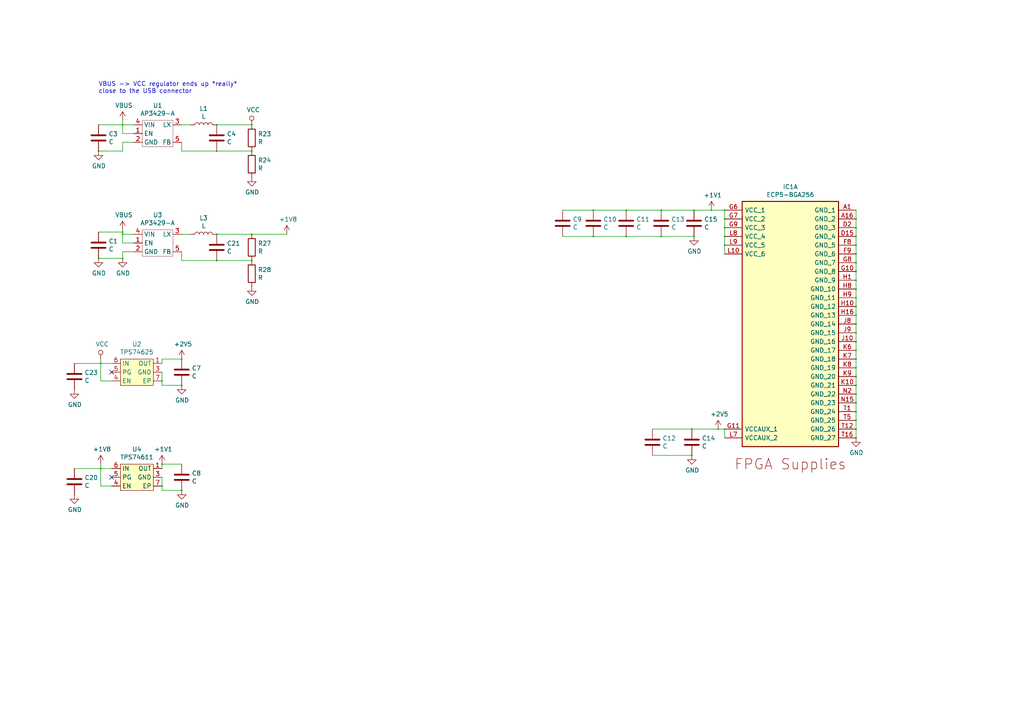
<source format=kicad_sch>
(kicad_sch (version 20200714) (host eeschema "5.99.0-unknown-027b6c8cf~102~ubuntu20.04.1")
  (page 5 6)
  (paper "A4")
  (lib_symbols
    (symbol "Device:C" (pin_numbers hide) (pin_names (offset 0.254))
      (property "Reference" "C" (at 0.635 2.54 0))
      (property "Value" "C" (at 0.635 -2.54 0))
      (symbol "C_0_1"
        (polyline (pts (xy -2.032 -0.762) (xy 2.032 -0.762)) (stroke (width 0.508)))
        (polyline (pts (xy -2.032 0.762) (xy 2.032 0.762)) (stroke (width 0.508)))
      )
      (symbol "C_1_1"
        (pin passive line (at 0 3.81 270) (length 2.794) (name "~") (number "1"))
        (pin passive line (at 0 -3.81 90) (length 2.794) (name "~") (number "2"))
      )
    )
    (symbol "Device:L" (pin_numbers hide) (pin_names hide)
      (property "Reference" "L" (at -1.27 0 90))
      (property "Value" "L" (at 1.905 0 90))
      (symbol "L_0_1"
        (arc (start 0 -2.54) (end 0 -1.27) (radius (at 0 -1.905) (length 0.635) (angles -89.9 89.9)))
        (arc (start 0 -1.27) (end 0 0) (radius (at 0 -0.635) (length 0.635) (angles -89.9 89.9)))
        (arc (start 0 0) (end 0 1.27) (radius (at 0 0.635) (length 0.635) (angles -89.9 89.9)))
        (arc (start 0 1.27) (end 0 2.54) (radius (at 0 1.905) (length 0.635) (angles -89.9 89.9)))
      )
      (symbol "L_1_1"
        (pin passive line (at 0 3.81 270) (length 1.27) (name "1") (number "1"))
        (pin passive line (at 0 -3.81 90) (length 1.27) (name "2") (number "2"))
      )
    )
    (symbol "Device:R" (pin_numbers hide) (pin_names (offset 0))
      (property "Reference" "R" (at 2.032 0 90))
      (property "Value" "R" (at 0 0 90))
      (symbol "R_0_1"
        (rectangle (start -1.016 -2.54) (end 1.016 2.54) (stroke (width 0.254)))
      )
      (symbol "R_1_1"
        (pin passive line (at 0 3.81 270) (length 1.27) (name "~") (number "1"))
        (pin passive line (at 0 -3.81 90) (length 1.27) (name "~") (number "2"))
      )
    )
    (symbol "mini_mipi:AP3429-A"
      (property "Reference" "U" (at 0 1.27 0))
      (property "Value" "AP3429-A" (at 0 3.175 0))
      (symbol "AP3429-A_0_1"
        (rectangle (start 3.81 -1.27) (end -5.08 -8.89) (stroke (width 0.0006)))
      )
      (symbol "AP3429-A_1_1"
        (pin input line (at -7.62 -2.54 0) (length 2.54) (name "VIN") (number "4"))
        (pin input line (at -7.62 -7.62 0) (length 2.54) (name "GND") (number "2"))
        (pin input line (at -7.62 -5.08 0) (length 2.54) (name "EN") (number "1"))
        (pin input line (at 6.35 -2.54 180) (length 2.54) (name "LX") (number "3"))
        (pin input line (at 6.35 -7.62 180) (length 2.54) (name "FB") (number "5"))
      )
    )
    (symbol "mini_mipi:ECP5-BGA256" (pin_names (offset 0.762))
      (property "Reference" "IC" (at -2.54 1.27 0))
      (property "Value" "ECP5-BGA256" (at 10.16 1.27 0))
      (symbol "ECP5-BGA256_8_0"
        (text "(Config)" (at 13.97 -97.79 0) (effects (font (size 2.9972 2.9972))))
        (text "Bank 8" (at 13.97 -92.71 0) (effects (font (size 2.9972 2.9972))))
      )
      (symbol "ECP5-BGA256_1_1"
        (text "FPGA Supplies" (at 19.05 -76.2 0) (effects (font (size 2.9972 2.9972))))
        (pin power_in line (at 38.1 -2.54 180) (length 5.08) (name "GND_1") (number "A1"))
        (pin power_in line (at 38.1 -5.08 180) (length 5.08) (name "GND_2") (number "A16"))
        (pin power_in line (at 38.1 -10.16 180) (length 5.08) (name "GND_4") (number "D15"))
        (pin power_in line (at 38.1 -7.62 180) (length 5.08) (name "GND_3") (number "D2"))
        (pin power_in line (at 38.1 -12.7 180) (length 5.08) (name "GND_5") (number "F8"))
        (pin power_in line (at 38.1 -15.24 180) (length 5.08) (name "GND_6") (number "F9"))
        (pin power_in line (at 38.1 -20.32 180) (length 5.08) (name "GND_8") (number "G10"))
        (pin power_in line (at 0 -66.04 0) (length 5.08) (name "VCCAUX_1") (number "G11"))
        (pin power_in line (at 0 -2.54 0) (length 5.08) (name "VCC_1") (number "G6"))
        (pin power_in line (at 0 -5.08 0) (length 5.08) (name "VCC_2") (number "G7"))
        (pin power_in line (at 38.1 -17.78 180) (length 5.08) (name "GND_7") (number "G8"))
        (pin power_in line (at 0 -7.62 0) (length 5.08) (name "VCC_3") (number "G9"))
        (pin power_in line (at 38.1 -22.86 180) (length 5.08) (name "GND_9") (number "H1"))
        (pin power_in line (at 38.1 -30.48 180) (length 5.08) (name "GND_12") (number "H10"))
        (pin power_in line (at 38.1 -33.02 180) (length 5.08) (name "GND_13") (number "H16"))
        (pin power_in line (at 38.1 -25.4 180) (length 5.08) (name "GND_10") (number "H8"))
        (pin power_in line (at 38.1 -27.94 180) (length 5.08) (name "GND_11") (number "H9"))
        (pin power_in line (at 38.1 -40.64 180) (length 5.08) (name "GND_16") (number "J10"))
        (pin power_in line (at 38.1 -35.56 180) (length 5.08) (name "GND_14") (number "J8"))
        (pin power_in line (at 38.1 -38.1 180) (length 5.08) (name "GND_15") (number "J9"))
        (pin power_in line (at 38.1 -53.34 180) (length 5.08) (name "GND_21") (number "K10"))
        (pin power_in line (at 38.1 -43.18 180) (length 5.08) (name "GND_17") (number "K6"))
        (pin power_in line (at 38.1 -45.72 180) (length 5.08) (name "GND_18") (number "K7"))
        (pin power_in line (at 38.1 -48.26 180) (length 5.08) (name "GND_19") (number "K8"))
        (pin power_in line (at 38.1 -50.8 180) (length 5.08) (name "GND_20") (number "K9"))
        (pin power_in line (at 0 -15.24 0) (length 5.08) (name "VCC_6") (number "L10"))
        (pin power_in line (at 0 -68.58 0) (length 5.08) (name "VCCAUX_2") (number "L7"))
        (pin power_in line (at 0 -10.16 0) (length 5.08) (name "VCC_4") (number "L8"))
        (pin power_in line (at 0 -12.7 0) (length 5.08) (name "VCC_5") (number "L9"))
        (pin power_in line (at 38.1 -58.42 180) (length 5.08) (name "GND_23") (number "N15"))
        (pin power_in line (at 38.1 -55.88 180) (length 5.08) (name "GND_22") (number "N2"))
        (pin power_in line (at 38.1 -60.96 180) (length 5.08) (name "GND_24") (number "T1"))
        (pin power_in line (at 38.1 -66.04 180) (length 5.08) (name "GND_26") (number "T12"))
        (pin bidirectional line (at 38.1 -68.58 180) (length 5.08) (name "GND_27") (number "T16"))
        (pin power_in line (at 38.1 -63.5 180) (length 5.08) (name "GND_25") (number "T5"))
      )
      (symbol "ECP5-BGA256_2_1"
        (text "Bank 0" (at 10.16 -78.74 0) (effects (font (size 2.9972 2.9972))))
        (rectangle (start 0 0) (end 19.05 -74.93) (stroke (width 0.3048)) (fill (type background)))
        (pin bidirectional line (at 24.13 -11.43 180) (length 5.08) (name "PT4A") (number "A2"))
        (pin bidirectional line (at 24.13 -16.51 180) (length 5.08) (name "PT6A") (number "A3"))
        (pin bidirectional line (at 24.13 -19.05 180) (length 5.08) (name "PT6B") (number "A4"))
        (pin bidirectional line (at 24.13 -43.18 180) (length 5.08) (name "PT18A") (number "A5"))
        (pin bidirectional line (at 24.13 -45.72 180) (length 5.08) (name "PT18B") (number "A6"))
        (pin bidirectional line (at 24.13 -68.58 180) (length 5.08) (name "PT29A") (number "A7"))
        (pin bidirectional line (at 24.13 -71.12 180) (length 5.08) (name "PT29B") (number "A8"))
        (pin bidirectional line (at 24.13 -13.97 180) (length 5.08) (name "PT4B") (number "B3"))
        (pin bidirectional line (at 24.13 -29.21 180) (length 5.08) (name "PT11B") (number "B4"))
        (pin bidirectional line (at 24.13 -39.37 180) (length 5.08) (name "PT15B") (number "B5"))
        (pin bidirectional line (at 24.13 -55.88 180) (length 5.08) (name "PT22B") (number "B6"))
        (pin bidirectional line (at 24.13 -66.04 180) (length 5.08) (name "PT27B") (number "B7"))
        (pin bidirectional line (at 24.13 -26.67 180) (length 5.08) (name "PT11A") (number "C4"))
        (pin bidirectional line (at 24.13 -36.83 180) (length 5.08) (name "PT15A") (number "C5"))
        (pin bidirectional line (at 24.13 -53.34 180) (length 5.08) (name "PT22A") (number "C6"))
        (pin bidirectional line (at 24.13 -63.5 180) (length 5.08) (name "PT27A") (number "C7"))
        (pin bidirectional line (at 24.13 -24.13 180) (length 5.08) (name "PT9B") (number "D4"))
        (pin bidirectional line (at 24.13 -34.29 180) (length 5.08) (name "PT13B") (number "D5"))
        (pin bidirectional line (at 24.13 -50.8 180) (length 5.08) (name "PT20B") (number "D6"))
        (pin bidirectional line (at 24.13 -60.96 180) (length 5.08) (name "PT24B") (number "D7"))
        (pin bidirectional line (at 24.13 -21.59 180) (length 5.08) (name "PT9A") (number "E4"))
        (pin bidirectional line (at 24.13 -31.75 180) (length 5.08) (name "PT13A") (number "E5"))
        (pin bidirectional line (at 24.13 -48.26 180) (length 5.08) (name "PT20A") (number "E6"))
        (pin bidirectional line (at 24.13 -58.42 180) (length 5.08) (name "PT24A") (number "E7"))
        (pin power_in line (at 7.62 5.08 270) (length 5.08) (name "VCCIO0_1") (number "F6"))
        (pin power_in line (at 5.08 5.08 270) (length 5.08) (name "VCCIO0_2") (number "F7"))
      )
      (symbol "ECP5-BGA256_3_1"
        (text "Bank 1" (at 8.89 -96.52 0) (effects (font (size 2.9972 2.9972))))
        (pin bidirectional line (at 26.67 -34.29 180) (length 5.08) (name "PT42B") (number "A10"))
        (pin bidirectional line (at 26.67 -57.15 180) (length 5.08) (name "PT53A") (number "A11"))
        (pin bidirectional line (at 26.67 -59.69 180) (length 5.08) (name "PT53B") (number "A12"))
        (pin bidirectional line (at 26.67 -82.55 180) (length 5.08) (name "PT65A") (number "A13"))
        (pin bidirectional line (at 26.67 -85.09 180) (length 5.08) (name "PT65B") (number "A14"))
        (pin bidirectional line (at 26.67 -90.17 180) (length 5.08) (name "PT67B") (number "A15"))
        (pin bidirectional line (at 26.67 -31.75 180) (length 5.08) (name "PT42A") (number "A9"))
        (pin bidirectional line (at 26.67 -36.83 180) (length 5.08) (name "PT44A") (number "B10"))
        (pin bidirectional line (at 26.67 -46.99 180) (length 5.08) (name "PT49A") (number "B11"))
        (pin bidirectional line (at 26.67 -62.23 180) (length 5.08) (name "PT56A") (number "B12"))
        (pin bidirectional line (at 26.67 -72.39 180) (length 5.08) (name "PT60A") (number "B13"))
        (pin bidirectional line (at 26.67 -87.63 180) (length 5.08) (name "PT67A") (number "B14"))
        (pin bidirectional line (at 26.67 -19.05 180) (length 5.08) (name "PT35B") (number "B8"))
        (pin bidirectional line (at 26.67 -21.59 180) (length 5.08) (name "PT38A") (number "B9"))
        (pin bidirectional line (at 26.67 -39.37 180) (length 5.08) (name "PT44B") (number "C10"))
        (pin bidirectional line (at 26.67 -49.53 180) (length 5.08) (name "PT49B") (number "C11"))
        (pin bidirectional line (at 26.67 -64.77 180) (length 5.08) (name "PT56B") (number "C12"))
        (pin bidirectional line (at 26.67 -74.93 180) (length 5.08) (name "PT60B") (number "C13"))
        (pin bidirectional line (at 26.67 -16.51 180) (length 5.08) (name "PT35A") (number "C8"))
        (pin bidirectional line (at 26.67 -24.13 180) (length 5.08) (name "PT38B") (number "C9"))
        (pin bidirectional line (at 26.67 -41.91 180) (length 5.08) (name "PT47A") (number "D10"))
        (pin bidirectional line (at 26.67 -52.07 180) (length 5.08) (name "PT51A") (number "D11"))
        (pin bidirectional line (at 26.67 -67.31 180) (length 5.08) (name "PT58A") (number "D12"))
        (pin bidirectional line (at 26.67 -77.47 180) (length 5.08) (name "PT62A") (number "D13"))
        (pin bidirectional line (at 26.67 -13.97 180) (length 5.08) (name "PT33B") (number "D8"))
        (pin bidirectional line (at 26.67 -26.67 180) (length 5.08) (name "PT40A") (number "D9"))
        (pin bidirectional line (at 26.67 -44.45 180) (length 5.08) (name "PT47B") (number "E10"))
        (pin bidirectional line (at 26.67 -54.61 180) (length 5.08) (name "PT51B") (number "E11"))
        (pin bidirectional line (at 26.67 -69.85 180) (length 5.08) (name "PT58B") (number "E12"))
        (pin bidirectional line (at 26.67 -80.01 180) (length 5.08) (name "PT62B") (number "E13"))
        (pin bidirectional line (at 26.67 -11.43 180) (length 5.08) (name "PT33A") (number "E8"))
        (pin bidirectional line (at 26.67 -29.21 180) (length 5.08) (name "PT40B") (number "E9"))
        (pin power_in line (at 6.35 5.08 270) (length 5.08) (name "VCCIO1_1") (number "F10"))
        (pin power_in line (at 3.81 5.08 270) (length 5.08) (name "VCCIO1_2") (number "F11"))
      )
      (symbol "ECP5-BGA256_4_1"
        (text "Bank 2" (at 10.16 -97.79 0) (effects (font (size 2.9972 2.9972))))
        (rectangle (start 0 0) (end 19.05 -93.98) (stroke (width 0.3048)) (fill (type background)))
        (pin bidirectional line (at 24.13 -13.97 180) (length 5.08) (name "PR2B") (number "B15"))
        (pin bidirectional line (at 24.13 -11.43 180) (length 5.08) (name "PR2A") (number "B16"))
        (pin bidirectional line (at 24.13 -16.51 180) (length 5.08) (name "PR2C") (number "C14"))
        (pin bidirectional line (at 24.13 -24.13 180) (length 5.08) (name "PR5B") (number "C15"))
        (pin bidirectional line (at 24.13 -21.59 180) (length 5.08) (name "PR5A") (number "C16"))
        (pin bidirectional line (at 24.13 -19.05 180) (length 5.08) (name "PR2D") (number "D14"))
        (pin bidirectional line (at 24.13 -31.75 180) (length 5.08) (name "PR8A") (number "D16"))
        (pin bidirectional line (at 24.13 -26.67 180) (length 5.08) (name "PR5C") (number "E14"))
        (pin bidirectional line (at 24.13 -34.29 180) (length 5.08) (name "PR8B") (number "E15"))
        (pin bidirectional line (at 24.13 -49.53 180) (length 5.08) (name "PR11D") (number "E16"))
        (pin bidirectional line (at 24.13 -39.37 180) (length 5.08) (name "PR8D") (number "F12"))
        (pin bidirectional line (at 24.13 -36.83 180) (length 5.08) (name "PR8C") (number "F13"))
        (pin bidirectional line (at 24.13 -29.21 180) (length 5.08) (name "PR5D") (number "F14"))
        (pin bidirectional line (at 24.13 -46.99 180) (length 5.08) (name "PR11C") (number "F15"))
        (pin bidirectional line (at 24.13 -52.07 180) (length 5.08) (name "PR14A") (number "F16"))
        (pin bidirectional line (at 24.13 -41.91 180) (length 5.08) (name "PR11A") (number "G12"))
        (pin bidirectional line (at 24.13 -44.45 180) (length 5.08) (name "PR11B") (number "G13"))
        (pin bidirectional line (at 24.13 -57.15 180) (length 5.08) (name "PR14C") (number "G14"))
        (pin bidirectional line (at 24.13 -54.61 180) (length 5.08) (name "PR14B") (number "G15"))
        (pin bidirectional line (at 24.13 -72.39 180) (length 5.08) (name "PR20A") (number "G16"))
        (pin power_in line (at 3.81 5.08 270) (length 5.08) (name "VCCIO2_1") (number "H11"))
        (pin bidirectional line (at 24.13 -62.23 180) (length 5.08) (name "PR17A") (number "H12"))
        (pin bidirectional line (at 24.13 -64.77 180) (length 5.08) (name "PR17B") (number "H13"))
        (pin bidirectional line (at 24.13 -59.69 180) (length 5.08) (name "PR14D") (number "H14"))
        (pin bidirectional line (at 24.13 -74.93 180) (length 5.08) (name "PR20B") (number "H15"))
        (pin power_in line (at 6.35 5.08 270) (length 5.08) (name "VCCIO2_2") (number "J11"))
        (pin bidirectional line (at 24.13 -69.85 180) (length 5.08) (name "PR17D") (number "J12"))
        (pin bidirectional line (at 24.13 -67.31 180) (length 5.08) (name "PR17C") (number "J13"))
        (pin bidirectional line (at 24.13 -77.47 180) (length 5.08) (name "PR20C") (number "J14"))
        (pin bidirectional line (at 24.13 -85.09 180) (length 5.08) (name "PR23B") (number "J15"))
        (pin bidirectional line (at 24.13 -82.55 180) (length 5.08) (name "PR23A") (number "J16"))
        (pin bidirectional line (at 24.13 -80.01 180) (length 5.08) (name "PR20D") (number "K14"))
        (pin bidirectional line (at 24.13 -90.17 180) (length 5.08) (name "PR23D") (number "K15"))
        (pin bidirectional line (at 24.13 -87.63 180) (length 5.08) (name "PR23C") (number "K16"))
      )
      (symbol "ECP5-BGA256_5_1"
        (text "Bank 3" (at 15.24 -96.52 0) (effects (font (size 2.9972 2.9972))))
        (pin power_in line (at 3.81 5.08 270) (length 5.08) (name "VCCIO3_1") (number "K11"))
        (pin bidirectional line (at 25.4 -22.86 180) (length 5.08) (name "PR29B") (number "K12"))
        (pin bidirectional line (at 25.4 -20.32 180) (length 5.08) (name "PR29A") (number "K13"))
        (pin power_in line (at 6.35 5.08 270) (length 5.08) (name "VCCIO3_2") (number "L11"))
        (pin bidirectional line (at 25.4 -27.94 180) (length 5.08) (name "PR29D") (number "L12"))
        (pin bidirectional line (at 25.4 -25.4 180) (length 5.08) (name "PR29C") (number "L13"))
        (pin bidirectional line (at 25.4 -35.56 180) (length 5.08) (name "PR32C") (number "L14"))
        (pin bidirectional line (at 25.4 -12.7 180) (length 5.08) (name "PR26B") (number "L15"))
        (pin bidirectional line (at 25.4 -10.16 180) (length 5.08) (name "PR26A") (number "L16"))
        (pin bidirectional line (at 25.4 -81.28 180) (length 5.08) (name "PR47A") (number "M11"))
        (pin bidirectional line (at 25.4 -76.2 180) (length 5.08) (name "PR44C") (number "M12"))
        (pin bidirectional line (at 25.4 -45.72 180) (length 5.08) (name "PR35C") (number "M13"))
        (pin bidirectional line (at 25.4 -38.1 180) (length 5.08) (name "PR32D") (number "M14"))
        (pin bidirectional line (at 25.4 -17.78 180) (length 5.08) (name "PR26D") (number "M15"))
        (pin bidirectional line (at 25.4 -15.24 180) (length 5.08) (name "PR26C") (number "M16"))
        (pin bidirectional line (at 25.4 -83.82 180) (length 5.08) (name "PR47B") (number "N11"))
        (pin bidirectional line (at 25.4 -78.74 180) (length 5.08) (name "PR44D") (number "N12"))
        (pin bidirectional line (at 25.4 -50.8 180) (length 5.08) (name "PR38A") (number "N13"))
        (pin bidirectional line (at 25.4 -48.26 180) (length 5.08) (name "PR35D") (number "N14"))
        (pin bidirectional line (at 25.4 -30.48 180) (length 5.08) (name "PR32A") (number "N16"))
        (pin bidirectional line (at 25.4 -86.36 180) (length 5.08) (name "PR47C") (number "P11"))
        (pin bidirectional line (at 25.4 -88.9 180) (length 5.08) (name "PR47D") (number "P12"))
        (pin bidirectional line (at 25.4 -60.96 180) (length 5.08) (name "PR41A") (number "P13"))
        (pin bidirectional line (at 25.4 -53.34 180) (length 5.08) (name "PR38B") (number "P14"))
        (pin bidirectional line (at 25.4 -33.02 180) (length 5.08) (name "PR32B") (number "P15"))
        (pin bidirectional line (at 25.4 -40.64 180) (length 5.08) (name "PR35A") (number "P16"))
        (pin bidirectional line (at 25.4 -71.12 180) (length 5.08) (name "PR44A") (number "R12"))
        (pin bidirectional line (at 25.4 -66.04 180) (length 5.08) (name "PR41C") (number "R13"))
        (pin bidirectional line (at 25.4 -63.5 180) (length 5.08) (name "PR41B") (number "R14"))
        (pin bidirectional line (at 25.4 -55.88 180) (length 5.08) (name "PR38C") (number "R15"))
        (pin bidirectional line (at 25.4 -43.18 180) (length 5.08) (name "PR35B") (number "R16"))
        (pin bidirectional line (at 25.4 -73.66 180) (length 5.08) (name "PR44B") (number "T13"))
        (pin bidirectional line (at 25.4 -68.58 180) (length 5.08) (name "PR41D") (number "T14"))
        (pin bidirectional line (at 25.4 -58.42 180) (length 5.08) (name "PR38D") (number "T15"))
      )
      (symbol "ECP5-BGA256_6_1"
        (text "Bank 6" (at 11.43 -110.49 0) (effects (font (size 2.9972 2.9972))))
        (rectangle (start 0 0) (end 19.05 -106.68) (stroke (width 0.3048)) (fill (type background)))
        (pin power_in line (at 3.81 5.08 270) (length 5.08) (name "VCCIO6_1") (number "J6"))
        (pin power_in line (at 6.35 5.08 270) (length 5.08) (name "VCCIO6_2") (number "J7"))
        (pin bidirectional line (at 24.13 -25.4 180) (length 5.08) (name "PL29A") (number "K4"))
        (pin bidirectional line (at 24.13 -27.94 180) (length 5.08) (name "PL29B") (number "K5"))
        (pin bidirectional line (at 24.13 -13.97 180) (length 5.08) (name "PL26A") (number "L1"))
        (pin bidirectional line (at 24.13 -16.51 180) (length 5.08) (name "PL26B") (number "L2"))
        (pin bidirectional line (at 24.13 -41.91 180) (length 5.08) (name "PL32C") (number "L3"))
        (pin bidirectional line (at 24.13 -30.48 180) (length 5.08) (name "PL29C") (number "L4"))
        (pin bidirectional line (at 24.13 -33.02 180) (length 5.08) (name "PL29D") (number "L5"))
        (pin bidirectional line (at 24.13 -19.05 180) (length 5.08) (name "PL26C") (number "M1"))
        (pin bidirectional line (at 24.13 -21.59 180) (length 5.08) (name "PL26D") (number "M2"))
        (pin bidirectional line (at 24.13 -44.45 180) (length 5.08) (name "PL32D") (number "M3"))
        (pin bidirectional line (at 24.13 -53.34 180) (length 5.08) (name "PL35C") (number "M4"))
        (pin bidirectional line (at 24.13 -78.74 180) (length 5.08) (name "PL44C") (number "M5"))
        (pin bidirectional line (at 24.13 -96.52 180) (length 5.08) (name "PL47A") (number "M6"))
        (pin bidirectional line (at 24.13 -36.83 180) (length 5.08) (name "PL32A") (number "N1"))
        (pin bidirectional line (at 24.13 -55.88 180) (length 5.08) (name "PL35D") (number "N3"))
        (pin bidirectional line (at 24.13 -60.96 180) (length 5.08) (name "PL38A") (number "N4"))
        (pin bidirectional line (at 24.13 -81.28 180) (length 5.08) (name "PL44D") (number "N5"))
        (pin bidirectional line (at 24.13 -99.06 180) (length 5.08) (name "PL47B") (number "N6"))
        (pin bidirectional line (at 24.13 -48.26 180) (length 5.08) (name "PL35A") (number "P1"))
        (pin bidirectional line (at 24.13 -39.37 180) (length 5.08) (name "PL32B") (number "P2"))
        (pin bidirectional line (at 24.13 -63.5 180) (length 5.08) (name "PL38B") (number "P3"))
        (pin bidirectional line (at 24.13 -85.09 180) (length 5.08) (name "PL41A") (number "P4"))
        (pin bidirectional line (at 24.13 -101.6 180) (length 5.08) (name "PL47D") (number "P5"))
        (pin bidirectional line (at 24.13 -104.14 180) (length 5.08) (name "PL47C") (number "P6"))
        (pin bidirectional line (at 24.13 -50.8 180) (length 5.08) (name "PL35B") (number "R1"))
        (pin bidirectional line (at 24.13 -66.04 180) (length 5.08) (name "PL38C") (number "R2"))
        (pin bidirectional line (at 24.13 -87.63 180) (length 5.08) (name "PL41B") (number "R3"))
        (pin bidirectional line (at 24.13 -90.17 180) (length 5.08) (name "PL41C") (number "R4"))
        (pin bidirectional line (at 24.13 -73.66 180) (length 5.08) (name "PL44A") (number "R5"))
        (pin bidirectional line (at 24.13 -68.58 180) (length 5.08) (name "PL38D") (number "T2"))
        (pin bidirectional line (at 24.13 -92.71 180) (length 5.08) (name "PL41D") (number "T3"))
        (pin bidirectional line (at 24.13 -76.2 180) (length 5.08) (name "PL44B") (number "T4"))
      )
      (symbol "ECP5-BGA256_7_1"
        (text "Bank 7" (at 12.7 -113.03 0) (effects (font (size 2.9972 2.9972))))
        (rectangle (start 0 0) (end 20.32 -109.22) (stroke (width 0.3048)) (fill (type background)))
        (pin bidirectional line (at 25.4 -10.16 180) (length 5.08) (name "PL2A") (number "B1"))
        (pin bidirectional line (at 25.4 -12.7 180) (length 5.08) (name "PL2B") (number "B2"))
        (pin bidirectional line (at 25.4 -22.86 180) (length 5.08) (name "PL5A") (number "C1"))
        (pin bidirectional line (at 25.4 -25.4 180) (length 5.08) (name "PL5B") (number "C2"))
        (pin bidirectional line (at 25.4 -15.24 180) (length 5.08) (name "PL2C") (number "C3"))
        (pin bidirectional line (at 25.4 -35.56 180) (length 5.08) (name "PL8A") (number "D1"))
        (pin bidirectional line (at 25.4 -17.78 180) (length 5.08) (name "PL2D") (number "D3"))
        (pin bidirectional line (at 25.4 -54.61 180) (length 5.08) (name "PL11D") (number "E1"))
        (pin bidirectional line (at 25.4 -38.1 180) (length 5.08) (name "PL8B") (number "E2"))
        (pin bidirectional line (at 25.4 -27.94 180) (length 5.08) (name "PL5C") (number "E3"))
        (pin bidirectional line (at 25.4 -59.69 180) (length 5.08) (name "PL14A") (number "F1"))
        (pin bidirectional line (at 25.4 -52.07 180) (length 5.08) (name "PL11C") (number "F2"))
        (pin bidirectional line (at 25.4 -30.48 180) (length 5.08) (name "PL5D") (number "F3"))
        (pin bidirectional line (at 25.4 -40.64 180) (length 5.08) (name "PL8C") (number "F4"))
        (pin bidirectional line (at 25.4 -43.18 180) (length 5.08) (name "PL8D") (number "F5"))
        (pin bidirectional line (at 25.4 -82.55 180) (length 5.08) (name "PL20A") (number "G1"))
        (pin bidirectional line (at 25.4 -62.23 180) (length 5.08) (name "PL14B") (number "G2"))
        (pin bidirectional line (at 25.4 -64.77 180) (length 5.08) (name "PL14C") (number "G3"))
        (pin bidirectional line (at 25.4 -49.53 180) (length 5.08) (name "PL11B") (number "G4"))
        (pin bidirectional line (at 25.4 -46.99 180) (length 5.08) (name "PL11A") (number "G5"))
        (pin bidirectional line (at 25.4 -85.09 180) (length 5.08) (name "PL20B") (number "H2"))
        (pin bidirectional line (at 25.4 -67.31 180) (length 5.08) (name "PL14D") (number "H3"))
        (pin bidirectional line (at 25.4 -73.66 180) (length 5.08) (name "PL17B") (number "H4"))
        (pin bidirectional line (at 25.4 -71.12 180) (length 5.08) (name "PL17A") (number "H5"))
        (pin power_in line (at 7.62 5.08 270) (length 5.08) (name "VCCIO7_1") (number "H6"))
        (pin power_in line (at 5.08 5.08 270) (length 5.08) (name "VCCIO7_2") (number "H7"))
        (pin bidirectional line (at 25.4 -95.25 180) (length 5.08) (name "PL23A") (number "J1"))
        (pin bidirectional line (at 25.4 -97.79 180) (length 5.08) (name "PL23B") (number "J2"))
        (pin bidirectional line (at 25.4 -87.63 180) (length 5.08) (name "PL20C") (number "J3"))
        (pin bidirectional line (at 25.4 -76.2 180) (length 5.08) (name "PL17C") (number "J4"))
        (pin bidirectional line (at 25.4 -78.74 180) (length 5.08) (name "PL17D") (number "J5"))
        (pin bidirectional line (at 25.4 -100.33 180) (length 5.08) (name "PL23C") (number "K1"))
        (pin bidirectional line (at 25.4 -102.87 180) (length 5.08) (name "PL23D") (number "K2"))
        (pin bidirectional line (at 25.4 -90.17 180) (length 5.08) (name "PL20D") (number "K3"))
      )
      (symbol "ECP5-BGA256_1_0"
        (rectangle (start 5.08 0) (end 33.02 -71.12) (stroke (width 0.3048)) (fill (type background)))
      )
      (symbol "ECP5-BGA256_3_0"
        (rectangle (start 0 0) (end 21.59 -93.98) (stroke (width 0.3048)) (fill (type background)))
      )
      (symbol "ECP5-BGA256_5_0"
        (rectangle (start 0 0) (end 20.32 -91.44) (stroke (width 0.3048)) (fill (type background)))
      )
      (symbol "ECP5-BGA256_8_1"
        (rectangle (start 0 0) (end 21.59 -88.9) (stroke (width 0.3048)) (fill (type background)))
        (pin power_in line (at 5.08 5.08 270) (length 5.08) (name "VCCIO8") (number "L6"))
        (pin output line (at 26.67 -57.15 180) (length 5.08) (name "TDO") (number "M10"))
        (pin bidirectional line (at 26.67 -24.13 180) (length 5.08) (name "D2/PB9B") (number "M7"))
        (pin bidirectional line (at 26.67 -39.37 180) (length 5.08) (name "DOUT/CSON/PB15B") (number "M8"))
        (pin bidirectional line (at 26.67 -41.91 180) (length 5.08) (name "WRITEEN/PB18A") (number "M9"))
        (pin input line (at 26.67 -68.58 180) (length 5.08) (name "CFG_0") (number "N10"))
        (pin bidirectional line (at 26.67 -21.59 180) (length 5.08) (name "D3/PB9A") (number "N7"))
        (pin bidirectional line (at 26.67 -36.83 180) (length 5.08) (name "HOLDN/DI/PB15A") (number "N8"))
        (pin bidirectional line (at 26.67 -63.5 180) (length 5.08) (name "MCLK/SCLK/CCLK") (number "N9"))
        (pin input line (at 26.67 -71.12 180) (length 5.08) (name "CFG_1") (number "P10"))
        (pin bidirectional line (at 26.67 -19.05 180) (length 5.08) (name "D4/MOSI2/PB6B") (number "P7"))
        (pin bidirectional line (at 26.67 -34.29 180) (length 5.08) (name "CS1N/PB13B") (number "P8"))
        (pin bidirectional line (at 26.67 -80.01 180) (length 5.08) (name "DONE") (number "P9"))
        (pin input line (at 26.67 -73.66 180) (length 5.08) (name "CFG_2") (number "R10"))
        (pin input line (at 26.67 -54.61 180) (length 5.08) (name "TDI") (number "R11"))
        (pin bidirectional line (at 26.67 -13.97 180) (length 5.08) (name "D6/PB4B") (number "R6"))
        (pin bidirectional line (at 26.67 -16.51 180) (length 5.08) (name "D5/MISO2/PB6A") (number "R7"))
        (pin bidirectional line (at 26.67 -31.75 180) (length 5.08) (name "SN/CSN/PB13A") (number "R8"))
        (pin bidirectional line (at 26.67 -85.09 180) (length 5.08) (name "PROGRAMN") (number "R9"))
        (pin input line (at 26.67 -52.07 180) (length 5.08) (name "TCK") (number "T10"))
        (pin input line (at 26.67 -49.53 180) (length 5.08) (name "TMS") (number "T11"))
        (pin bidirectional line (at 26.67 -11.43 180) (length 5.08) (name "D7/PB4A") (number "T6"))
        (pin bidirectional line (at 26.67 -26.67 180) (length 5.08) (name "D1/MOSI/PB11A") (number "T7"))
        (pin bidirectional line (at 26.67 -29.21 180) (length 5.08) (name "D0/MOSI/PB11B") (number "T8"))
        (pin bidirectional line (at 26.67 -82.55 180) (length 5.08) (name "INITN") (number "T9"))
      )
    )
    (symbol "mini_mipi:TPS74611"
      (property "Reference" "U" (at 0 1.27 0))
      (property "Value" "TPS74611" (at 0 3.175 0))
      (symbol "TPS74611_0_1"
        (rectangle (start 4.445 -0.635) (end -5.08 -8.255) (stroke (width 0.152)) (fill (type background)))
      )
      (symbol "TPS74611_1_1"
        (pin input line (at -7.62 -1.905 0) (length 2.54) (name "OUT") (number "1"))
        (pin unconnected line (at 0 -8.255 90) (length 2.54) hide (name "NC") (number "2"))
        (pin input line (at -7.62 -4.445 0) (length 2.54) (name "GND") (number "3"))
        (pin input line (at 6.985 -1.905 180) (length 2.54) (name "IN") (number "6"))
        (pin input line (at 6.985 -4.445 180) (length 2.54) (name "PG") (number "5"))
        (pin input line (at 6.985 -6.985 180) (length 2.54) (name "EN") (number "4"))
        (pin input line (at -7.62 -6.985 0) (length 2.54) (name "EP") (number "7"))
      )
    )
    (symbol "mini_mipi:TPS74625"
      (property "Reference" "U" (at 0 1.27 0))
      (property "Value" "TPS74625" (at 0 3.175 0))
      (symbol "TPS74625_0_1"
        (rectangle (start 4.445 -0.635) (end -5.08 -8.255) (stroke (width 0.152)) (fill (type background)))
      )
      (symbol "TPS74625_1_1"
        (pin input line (at -7.62 -1.905 0) (length 2.54) (name "OUT") (number "1"))
        (pin unconnected line (at 0 -8.255 90) (length 2.54) hide (name "NC") (number "2"))
        (pin input line (at -7.62 -4.445 0) (length 2.54) (name "GND") (number "3"))
        (pin input line (at 6.985 -1.905 180) (length 2.54) (name "IN") (number "6"))
        (pin input line (at 6.985 -4.445 180) (length 2.54) (name "PG") (number "5"))
        (pin input line (at 6.985 -6.985 180) (length 2.54) (name "EN") (number "4"))
        (pin input line (at -7.62 -6.985 0) (length 2.54) (name "EP") (number "7"))
      )
    )
    (symbol "power:+1V1" (power) (pin_names (offset 0))
      (property "Value" "+1V1" (at 0 3.556 0))
      (symbol "+1V1_0_1"
        (polyline (pts (xy -0.762 1.27) (xy 0 2.54)))
        (polyline (pts (xy 0 0) (xy 0 2.54)))
        (polyline (pts (xy 0 2.54) (xy 0.762 1.27)))
      )
      (symbol "+1V1_1_1"
        (pin power_in line (at 0 0 90) (length 0) hide (name "+1V1") (number "1"))
      )
    )
    (symbol "power:+1V8" (power) (pin_names (offset 0))
      (property "Value" "+1V8" (at 0 3.556 0))
      (symbol "+1V8_0_1"
        (polyline (pts (xy -0.762 1.27) (xy 0 2.54)))
        (polyline (pts (xy 0 0) (xy 0 2.54)))
        (polyline (pts (xy 0 2.54) (xy 0.762 1.27)))
      )
      (symbol "+1V8_1_1"
        (pin power_in line (at 0 0 90) (length 0) hide (name "+1V8") (number "1"))
      )
    )
    (symbol "power:+2V5" (power) (pin_names (offset 0))
      (property "Value" "+2V5" (at 0 3.556 0))
      (symbol "+2V5_0_1"
        (polyline (pts (xy -0.762 1.27) (xy 0 2.54)))
        (polyline (pts (xy 0 0) (xy 0 2.54)))
        (polyline (pts (xy 0 2.54) (xy 0.762 1.27)))
      )
      (symbol "+2V5_1_1"
        (pin power_in line (at 0 0 90) (length 0) hide (name "+2V5") (number "1"))
      )
    )
    (symbol "power:GND" (power) (pin_names (offset 0))
      (property "Value" "GND" (at 0 -3.81 0))
      (symbol "GND_0_1"
        (polyline (pts (xy 0 0) (xy 0 -1.27) (xy 1.27 -1.27) (xy 0 -2.54) (xy -1.27 -1.27) (xy 0 -1.27)))
      )
      (symbol "GND_1_1"
        (pin power_in line (at 0 0 270) (length 0) hide (name "GND") (number "1"))
      )
    )
    (symbol "power:VBUS" (power) (pin_names (offset 0))
      (property "Value" "VBUS" (at 0 3.81 0))
      (symbol "VBUS_0_1"
        (polyline (pts (xy -0.762 1.27) (xy 0 2.54)))
        (polyline (pts (xy 0 0) (xy 0 2.54)))
        (polyline (pts (xy 0 2.54) (xy 0.762 1.27)))
      )
      (symbol "VBUS_1_1"
        (pin power_in line (at 0 0 90) (length 0) hide (name "VBUS") (number "1"))
      )
    )
    (symbol "power:VCC" (power) (pin_names (offset 0))
      (property "Value" "VCC" (at 0 3.81 0))
      (symbol "VCC_0_1"
        (circle (center 0 1.905) (radius 0.635))
        (polyline (pts (xy 0 0) (xy 0 1.27)))
      )
      (symbol "VCC_1_1"
        (pin power_in line (at 0 0 90) (length 0) hide (name "VCC") (number "1"))
      )
    )
  )
  (junction (at 28.575 43.815) (diameter 0.3048))
  (junction (at 28.575 74.93) (diameter 0.3048))
  (junction (at 29.21 105.41) (diameter 0.3048))
  (junction (at 29.21 135.89) (diameter 0.3048))
  (junction (at 35.56 36.195) (diameter 0.3048))
  (junction (at 35.56 67.31) (diameter 0.3048))
  (junction (at 35.56 67.945) (diameter 0.3048))
  (junction (at 35.56 74.93) (diameter 0.3048))
  (junction (at 46.99 110.49) (diameter 0.3048))
  (junction (at 46.99 134.62) (diameter 0.3048))
  (junction (at 46.99 140.97) (diameter 0.3048))
  (junction (at 52.705 104.14) (diameter 0.3048))
  (junction (at 52.705 111.76) (diameter 0.3048))
  (junction (at 52.705 142.24) (diameter 0.3048))
  (junction (at 62.865 36.195) (diameter 0.3048))
  (junction (at 62.865 43.815) (diameter 0.3048))
  (junction (at 62.865 67.945) (diameter 0.3048))
  (junction (at 62.865 75.565) (diameter 0.3048))
  (junction (at 73.025 36.195) (diameter 0.3048))
  (junction (at 73.025 43.815) (diameter 0.3048))
  (junction (at 73.025 67.945) (diameter 0.3048))
  (junction (at 73.025 75.565) (diameter 0.3048))
  (junction (at 172.085 60.96) (diameter 0.3048))
  (junction (at 172.085 68.58) (diameter 0.3048))
  (junction (at 181.61 60.96) (diameter 0.3048))
  (junction (at 181.61 68.58) (diameter 0.3048))
  (junction (at 191.77 60.96) (diameter 0.3048))
  (junction (at 191.77 68.58) (diameter 0.3048))
  (junction (at 200.66 124.46) (diameter 0.3048))
  (junction (at 200.66 132.08) (diameter 0.3048))
  (junction (at 201.295 60.96) (diameter 0.3048))
  (junction (at 201.295 68.58) (diameter 0.3048))
  (junction (at 206.375 60.96) (diameter 0.3048))
  (junction (at 208.28 124.46) (diameter 0.3048))
  (junction (at 210.185 60.96) (diameter 0.3048))
  (junction (at 210.185 63.5) (diameter 0.3048))
  (junction (at 210.185 66.04) (diameter 0.3048))
  (junction (at 210.185 68.58) (diameter 0.3048))
  (junction (at 210.185 71.12) (diameter 0.3048))
  (junction (at 210.185 124.46) (diameter 0.3048))
  (junction (at 248.285 63.5) (diameter 0.3048))
  (junction (at 248.285 66.04) (diameter 0.3048))
  (junction (at 248.285 68.58) (diameter 0.3048))
  (junction (at 248.285 71.12) (diameter 0.3048))
  (junction (at 248.285 73.66) (diameter 0.3048))
  (junction (at 248.285 76.2) (diameter 0.3048))
  (junction (at 248.285 78.74) (diameter 0.3048))
  (junction (at 248.285 81.28) (diameter 0.3048))
  (junction (at 248.285 83.82) (diameter 0.3048))
  (junction (at 248.285 86.36) (diameter 0.3048))
  (junction (at 248.285 88.9) (diameter 0.3048))
  (junction (at 248.285 91.44) (diameter 0.3048))
  (junction (at 248.285 93.98) (diameter 0.3048))
  (junction (at 248.285 96.52) (diameter 0.3048))
  (junction (at 248.285 99.06) (diameter 0.3048))
  (junction (at 248.285 101.6) (diameter 0.3048))
  (junction (at 248.285 104.14) (diameter 0.3048))
  (junction (at 248.285 106.68) (diameter 0.3048))
  (junction (at 248.285 109.22) (diameter 0.3048))
  (junction (at 248.285 111.76) (diameter 0.3048))
  (junction (at 248.285 114.3) (diameter 0.3048))
  (junction (at 248.285 116.84) (diameter 0.3048))
  (junction (at 248.285 119.38) (diameter 0.3048))
  (junction (at 248.285 121.92) (diameter 0.3048))
  (junction (at 248.285 124.46) (diameter 0.3048))
  (junction (at 248.285 127) (diameter 0.3048))
  (no_connect (at 32.385 138.43))
  (no_connect (at 32.385 107.95))
  (wire (pts (xy 21.59 105.41) (xy 29.21 105.41)))
  (wire (pts (xy 21.59 135.89) (xy 29.21 135.89)))
  (wire (pts (xy 28.575 36.195) (xy 35.56 36.195)))
  (wire (pts (xy 28.575 43.815) (xy 35.56 43.815)))
  (wire (pts (xy 28.575 67.31) (xy 35.56 67.31)))
  (wire (pts (xy 28.575 74.93) (xy 35.56 74.93)))
  (wire (pts (xy 29.21 104.14) (xy 29.21 105.41)))
  (wire (pts (xy 29.21 105.41) (xy 32.385 105.41)))
  (wire (pts (xy 29.21 110.49) (xy 29.21 105.41)))
  (wire (pts (xy 29.21 134.62) (xy 29.21 135.89)))
  (wire (pts (xy 29.21 135.89) (xy 29.21 140.97)))
  (wire (pts (xy 29.21 135.89) (xy 32.385 135.89)))
  (wire (pts (xy 29.21 140.97) (xy 32.385 140.97)))
  (wire (pts (xy 32.385 110.49) (xy 29.21 110.49)))
  (wire (pts (xy 35.56 34.925) (xy 35.56 36.195)))
  (wire (pts (xy 35.56 36.195) (xy 35.56 38.735)))
  (wire (pts (xy 35.56 36.195) (xy 38.735 36.195)))
  (wire (pts (xy 35.56 38.735) (xy 38.735 38.735)))
  (wire (pts (xy 35.56 41.275) (xy 38.735 41.275)))
  (wire (pts (xy 35.56 43.815) (xy 35.56 41.275)))
  (wire (pts (xy 35.56 66.675) (xy 35.56 67.31)))
  (wire (pts (xy 35.56 67.31) (xy 35.56 67.945)))
  (wire (pts (xy 35.56 67.945) (xy 35.56 70.485)))
  (wire (pts (xy 35.56 67.945) (xy 38.735 67.945)))
  (wire (pts (xy 35.56 70.485) (xy 38.735 70.485)))
  (wire (pts (xy 35.56 73.025) (xy 35.56 74.93)))
  (wire (pts (xy 35.56 73.025) (xy 38.735 73.025)))
  (wire (pts (xy 46.99 104.14) (xy 52.705 104.14)))
  (wire (pts (xy 46.99 105.41) (xy 46.99 104.14)))
  (wire (pts (xy 46.99 107.95) (xy 46.99 110.49)))
  (wire (pts (xy 46.99 110.49) (xy 46.99 111.76)))
  (wire (pts (xy 46.99 111.76) (xy 52.705 111.76)))
  (wire (pts (xy 46.99 134.62) (xy 52.705 134.62)))
  (wire (pts (xy 46.99 135.89) (xy 46.99 134.62)))
  (wire (pts (xy 46.99 138.43) (xy 46.99 140.97)))
  (wire (pts (xy 46.99 140.97) (xy 46.99 142.24)))
  (wire (pts (xy 46.99 142.24) (xy 52.705 142.24)))
  (wire (pts (xy 52.705 36.195) (xy 55.245 36.195)))
  (wire (pts (xy 52.705 41.275) (xy 52.705 43.815)))
  (wire (pts (xy 52.705 43.815) (xy 62.865 43.815)))
  (wire (pts (xy 52.705 67.945) (xy 55.245 67.945)))
  (wire (pts (xy 52.705 73.025) (xy 52.705 75.565)))
  (wire (pts (xy 52.705 75.565) (xy 62.865 75.565)))
  (wire (pts (xy 62.865 36.195) (xy 73.025 36.195)))
  (wire (pts (xy 62.865 43.815) (xy 73.025 43.815)))
  (wire (pts (xy 62.865 67.945) (xy 73.025 67.945)))
  (wire (pts (xy 62.865 75.565) (xy 73.025 75.565)))
  (wire (pts (xy 73.025 67.945) (xy 83.185 67.945)))
  (wire (pts (xy 163.195 60.96) (xy 172.085 60.96)))
  (wire (pts (xy 163.195 68.58) (xy 172.085 68.58)))
  (wire (pts (xy 172.085 60.96) (xy 181.61 60.96)))
  (wire (pts (xy 172.085 68.58) (xy 181.61 68.58)))
  (wire (pts (xy 181.61 60.96) (xy 191.77 60.96)))
  (wire (pts (xy 181.61 68.58) (xy 191.77 68.58)))
  (wire (pts (xy 189.23 124.46) (xy 200.66 124.46)))
  (wire (pts (xy 189.23 132.08) (xy 200.66 132.08)))
  (wire (pts (xy 191.77 60.96) (xy 201.295 60.96)))
  (wire (pts (xy 191.77 68.58) (xy 201.295 68.58)))
  (wire (pts (xy 200.66 124.46) (xy 208.28 124.46)))
  (wire (pts (xy 201.295 60.96) (xy 206.375 60.96)))
  (wire (pts (xy 206.375 60.96) (xy 210.185 60.96)))
  (wire (pts (xy 208.28 124.46) (xy 210.185 124.46)))
  (wire (pts (xy 210.185 60.96) (xy 210.185 63.5)))
  (wire (pts (xy 210.185 63.5) (xy 210.185 66.04)))
  (wire (pts (xy 210.185 66.04) (xy 210.185 68.58)))
  (wire (pts (xy 210.185 68.58) (xy 210.185 71.12)))
  (wire (pts (xy 210.185 71.12) (xy 210.185 73.66)))
  (wire (pts (xy 210.185 124.46) (xy 210.185 127)))
  (wire (pts (xy 248.285 60.96) (xy 248.285 63.5)))
  (wire (pts (xy 248.285 63.5) (xy 248.285 66.04)))
  (wire (pts (xy 248.285 66.04) (xy 248.285 68.58)))
  (wire (pts (xy 248.285 68.58) (xy 248.285 71.12)))
  (wire (pts (xy 248.285 71.12) (xy 248.285 73.66)))
  (wire (pts (xy 248.285 73.66) (xy 248.285 76.2)))
  (wire (pts (xy 248.285 76.2) (xy 248.285 78.74)))
  (wire (pts (xy 248.285 78.74) (xy 248.285 81.28)))
  (wire (pts (xy 248.285 81.28) (xy 248.285 83.82)))
  (wire (pts (xy 248.285 83.82) (xy 248.285 86.36)))
  (wire (pts (xy 248.285 86.36) (xy 248.285 88.9)))
  (wire (pts (xy 248.285 88.9) (xy 248.285 91.44)))
  (wire (pts (xy 248.285 91.44) (xy 248.285 93.98)))
  (wire (pts (xy 248.285 93.98) (xy 248.285 96.52)))
  (wire (pts (xy 248.285 96.52) (xy 248.285 99.06)))
  (wire (pts (xy 248.285 99.06) (xy 248.285 101.6)))
  (wire (pts (xy 248.285 101.6) (xy 248.285 104.14)))
  (wire (pts (xy 248.285 104.14) (xy 248.285 106.68)))
  (wire (pts (xy 248.285 106.68) (xy 248.285 109.22)))
  (wire (pts (xy 248.285 109.22) (xy 248.285 111.76)))
  (wire (pts (xy 248.285 111.76) (xy 248.285 114.3)))
  (wire (pts (xy 248.285 114.3) (xy 248.285 116.84)))
  (wire (pts (xy 248.285 116.84) (xy 248.285 119.38)))
  (wire (pts (xy 248.285 119.38) (xy 248.285 121.92)))
  (wire (pts (xy 248.285 121.92) (xy 248.285 124.46)))
  (wire (pts (xy 248.285 124.46) (xy 248.285 127)))
  (text "VBUS -> VCC regulator ends up *really*\nclose to the USB connector" (at 28.575 27.305 0) (effects (font (size 1.27 1.27)) (justify left bottom)))
  (symbol (lib_id "power:VCC") (at 29.21 104.14 0) (unit 1)
    (property "Reference" "#PWR0113" (effects hide))
    (property "Value" "VCC" (at 29.6418 99.8156 0))
  )
  (symbol (lib_id "power:VCC") (at 73.025 36.195 0) (unit 1)
    (property "Reference" "#PWR0114" (effects hide))
    (property "Value" "VCC" (at 73.4568 31.8706 0))
  )
  (symbol (lib_id "power:+1V8") (at 29.21 134.62 0) (unit 1)
    (property "Reference" "#PWR0118" (effects hide))
    (property "Value" "+1V8" (at 29.5783 130.2956 0))
  )
  (symbol (lib_id "power:VBUS") (at 35.56 34.925 0) (unit 1)
    (property "Reference" "#PWR0112" (effects hide))
    (property "Value" "VBUS" (at 35.9283 30.6006 0))
  )
  (symbol (lib_id "power:VBUS") (at 35.56 66.675 0) (unit 1)
    (property "Reference" "#PWR0152" (effects hide))
    (property "Value" "VBUS" (at 35.9283 62.3506 0))
  )
  (symbol (lib_id "power:+1V1") (at 46.99 134.62 0) (unit 1)
    (property "Reference" "#PWR0116" (effects hide))
    (property "Value" "+1V1" (at 47.3583 130.2956 0))
  )
  (symbol (lib_id "power:+2V5") (at 52.705 104.14 0) (unit 1)
    (property "Reference" "#PWR0107" (effects hide))
    (property "Value" "+2V5" (at 53.0733 99.8156 0))
  )
  (symbol (lib_id "power:+1V8") (at 83.185 67.945 0) (unit 1)
    (property "Reference" "#PWR0108" (effects hide))
    (property "Value" "+1V8" (at 83.5533 63.6206 0))
  )
  (symbol (lib_id "power:+1V1") (at 206.375 60.96 0) (unit 1)
    (property "Reference" "#PWR0105" (effects hide))
    (property "Value" "+1V1" (at 206.7433 56.6356 0))
  )
  (symbol (lib_id "power:+2V5") (at 208.28 124.46 0) (unit 1)
    (property "Reference" "#PWR0104" (effects hide))
    (property "Value" "+2V5" (at 208.6483 120.1356 0))
  )
  (symbol (lib_id "Device:L") (at 59.055 36.195 90) (unit 1)
    (property "Reference" "L1" (at 59.055 31.4768 90))
    (property "Value" "L" (at 59.055 33.7755 90))
    (property "Footprint" "Inductor_SMD:L_1210_3225Metric" (effects hide))
  )
  (symbol (lib_id "Device:L") (at 59.055 67.945 90) (unit 1)
    (property "Reference" "L3" (at 59.055 63.2268 90))
    (property "Value" "L" (at 59.055 65.5255 90))
    (property "Footprint" "Inductor_SMD:L_1210_3225Metric" (effects hide))
  )
  (symbol (lib_id "power:GND") (at 21.59 113.03 0) (unit 1)
    (property "Reference" "#PWR0144" (effects hide))
    (property "Value" "GND" (at 21.7043 117.3544 0))
  )
  (symbol (lib_id "power:GND") (at 21.59 143.51 0) (unit 1)
    (property "Reference" "#PWR0143" (effects hide))
    (property "Value" "GND" (at 21.7043 147.8344 0))
  )
  (symbol (lib_id "power:GND") (at 28.575 43.815 0) (unit 1)
    (property "Reference" "#PWR0121" (effects hide))
    (property "Value" "GND" (at 28.6893 48.1394 0))
  )
  (symbol (lib_id "power:GND") (at 28.575 74.93 0) (unit 1)
    (property "Reference" "#PWR0145" (effects hide))
    (property "Value" "GND" (at 28.6893 79.2544 0))
  )
  (symbol (lib_id "power:GND") (at 35.56 74.93 0) (unit 1)
    (property "Reference" "#PWR0111" (effects hide))
    (property "Value" "GND" (at 35.6743 79.2544 0))
  )
  (symbol (lib_id "power:GND") (at 52.705 111.76 0) (unit 1)
    (property "Reference" "#PWR0142" (effects hide))
    (property "Value" "GND" (at 52.8193 116.0844 0))
  )
  (symbol (lib_id "power:GND") (at 52.705 142.24 0) (unit 1)
    (property "Reference" "#PWR0115" (effects hide))
    (property "Value" "GND" (at 52.8193 146.5644 0))
  )
  (symbol (lib_id "power:GND") (at 73.025 51.435 0) (unit 1)
    (property "Reference" "#PWR0117" (effects hide))
    (property "Value" "GND" (at 73.1393 55.7594 0))
  )
  (symbol (lib_id "power:GND") (at 73.025 83.185 0) (unit 1)
    (property "Reference" "#PWR0109" (effects hide))
    (property "Value" "GND" (at 73.1393 87.5094 0))
  )
  (symbol (lib_id "power:GND") (at 200.66 132.08 0) (unit 1)
    (property "Reference" "#PWR0102" (effects hide))
    (property "Value" "GND" (at 200.7743 136.4044 0))
  )
  (symbol (lib_id "power:GND") (at 201.295 68.58 0) (unit 1)
    (property "Reference" "#PWR0101" (effects hide))
    (property "Value" "GND" (at 201.4093 72.9044 0))
  )
  (symbol (lib_id "power:GND") (at 248.285 127 0) (unit 1)
    (property "Reference" "#PWR0103" (effects hide))
    (property "Value" "GND" (at 248.3993 131.3244 0))
  )
  (symbol (lib_id "Device:R") (at 73.025 40.005 0) (unit 1)
    (property "Reference" "R23" (at 74.8031 38.8556 0) (effects (justify left)))
    (property "Value" "R" (at 74.8031 41.1543 0) (effects (justify left)))
    (property "Footprint" "Resistor_SMD:R_0402_1005Metric" (effects hide))
  )
  (symbol (lib_id "Device:R") (at 73.025 47.625 0) (unit 1)
    (property "Reference" "R24" (at 74.8031 46.4756 0) (effects (justify left)))
    (property "Value" "R" (at 74.8031 48.7743 0) (effects (justify left)))
    (property "Footprint" "Resistor_SMD:R_0402_1005Metric" (effects hide))
  )
  (symbol (lib_id "Device:R") (at 73.025 71.755 0) (unit 1)
    (property "Reference" "R27" (at 74.8031 70.6056 0) (effects (justify left)))
    (property "Value" "R" (at 74.8031 72.9043 0) (effects (justify left)))
    (property "Footprint" "Resistor_SMD:R_0402_1005Metric" (effects hide))
  )
  (symbol (lib_id "Device:R") (at 73.025 79.375 0) (unit 1)
    (property "Reference" "R28" (at 74.8031 78.2256 0) (effects (justify left)))
    (property "Value" "R" (at 74.8031 80.5243 0) (effects (justify left)))
    (property "Footprint" "Resistor_SMD:R_0402_1005Metric" (effects hide))
  )
  (symbol (lib_id "Device:C") (at 21.59 109.22 0) (unit 1)
    (property "Reference" "C23" (at 24.5111 108.0706 0) (effects (justify left)))
    (property "Value" "C" (at 24.5111 110.3693 0) (effects (justify left)))
    (property "Footprint" "Capacitor_SMD:C_0805_2012Metric" (effects hide))
  )
  (symbol (lib_id "Device:C") (at 21.59 139.7 0) (unit 1)
    (property "Reference" "C20" (at 24.5111 138.5506 0) (effects (justify left)))
    (property "Value" "C" (at 24.5111 140.8493 0) (effects (justify left)))
    (property "Footprint" "Capacitor_SMD:C_0805_2012Metric" (effects hide))
  )
  (symbol (lib_id "Device:C") (at 28.575 40.005 0) (unit 1)
    (property "Reference" "C3" (at 31.4961 38.8556 0) (effects (justify left)))
    (property "Value" "C" (at 31.4961 41.1543 0) (effects (justify left)))
    (property "Footprint" "Capacitor_SMD:C_0805_2012Metric" (effects hide))
  )
  (symbol (lib_id "Device:C") (at 28.575 71.12 0) (unit 1)
    (property "Reference" "C1" (at 31.4961 69.9706 0) (effects (justify left)))
    (property "Value" "C" (at 31.4961 72.2693 0) (effects (justify left)))
    (property "Footprint" "Capacitor_SMD:C_0805_2012Metric" (effects hide))
  )
  (symbol (lib_id "Device:C") (at 52.705 107.95 0) (unit 1)
    (property "Reference" "C7" (at 55.6261 106.8006 0) (effects (justify left)))
    (property "Value" "C" (at 55.6261 109.0993 0) (effects (justify left)))
    (property "Footprint" "Capacitor_SMD:C_0805_2012Metric" (effects hide))
  )
  (symbol (lib_id "Device:C") (at 52.705 138.43 0) (unit 1)
    (property "Reference" "C8" (at 55.6261 137.2806 0) (effects (justify left)))
    (property "Value" "C" (at 55.6261 139.5793 0) (effects (justify left)))
    (property "Footprint" "Capacitor_SMD:C_0805_2012Metric" (effects hide))
  )
  (symbol (lib_id "Device:C") (at 62.865 40.005 0) (unit 1)
    (property "Reference" "C4" (at 65.7861 38.8556 0) (effects (justify left)))
    (property "Value" "C" (at 65.7861 41.1543 0) (effects (justify left)))
    (property "Footprint" "Capacitor_SMD:C_0402_1005Metric" (effects hide))
  )
  (symbol (lib_id "Device:C") (at 62.865 71.755 0) (unit 1)
    (property "Reference" "C21" (at 65.7861 70.6056 0) (effects (justify left)))
    (property "Value" "C" (at 65.7861 72.9043 0) (effects (justify left)))
    (property "Footprint" "Capacitor_SMD:C_0402_1005Metric" (effects hide))
  )
  (symbol (lib_id "Device:C") (at 163.195 64.77 0) (unit 1)
    (property "Reference" "C9" (at 166.1161 63.6206 0) (effects (justify left)))
    (property "Value" "C" (at 166.1161 65.9193 0) (effects (justify left)))
    (property "Footprint" "Capacitor_SMD:C_0402_1005Metric" (effects hide))
  )
  (symbol (lib_id "Device:C") (at 172.085 64.77 0) (unit 1)
    (property "Reference" "C10" (at 175.0061 63.6206 0) (effects (justify left)))
    (property "Value" "C" (at 175.0061 65.9193 0) (effects (justify left)))
    (property "Footprint" "Capacitor_SMD:C_0402_1005Metric" (effects hide))
  )
  (symbol (lib_id "Device:C") (at 181.61 64.77 0) (unit 1)
    (property "Reference" "C11" (at 184.5311 63.6206 0) (effects (justify left)))
    (property "Value" "C" (at 184.5311 65.9193 0) (effects (justify left)))
    (property "Footprint" "Capacitor_SMD:C_0402_1005Metric" (effects hide))
  )
  (symbol (lib_id "Device:C") (at 189.23 128.27 0) (unit 1)
    (property "Reference" "C12" (at 192.1511 127.1206 0) (effects (justify left)))
    (property "Value" "C" (at 192.1511 129.4193 0) (effects (justify left)))
    (property "Footprint" "Capacitor_SMD:C_0402_1005Metric" (effects hide))
  )
  (symbol (lib_id "Device:C") (at 191.77 64.77 0) (unit 1)
    (property "Reference" "C13" (at 194.6911 63.6206 0) (effects (justify left)))
    (property "Value" "C" (at 194.6911 65.9193 0) (effects (justify left)))
    (property "Footprint" "Capacitor_SMD:C_0402_1005Metric" (effects hide))
  )
  (symbol (lib_id "Device:C") (at 200.66 128.27 0) (unit 1)
    (property "Reference" "C14" (at 203.5811 127.1206 0) (effects (justify left)))
    (property "Value" "C" (at 203.5811 129.4193 0) (effects (justify left)))
    (property "Footprint" "Capacitor_SMD:C_0402_1005Metric" (effects hide))
  )
  (symbol (lib_id "Device:C") (at 201.295 64.77 0) (unit 1)
    (property "Reference" "C15" (at 204.2161 63.6206 0) (effects (justify left)))
    (property "Value" "C" (at 204.2161 65.9193 0) (effects (justify left)))
    (property "Footprint" "Capacitor_SMD:C_0402_1005Metric" (effects hide))
  )
  (symbol (lib_id "mini_mipi:AP3429-A") (at 46.355 33.655 0) (unit 1)
    (property "Reference" "U1" (at 45.72 30.6132 0))
    (property "Value" "AP3429-A" (at 45.72 32.9119 0))
    (property "Footprint" "Package_TO_SOT_SMD:TSOT-23-5" (effects hide))
  )
  (symbol (lib_id "mini_mipi:AP3429-A") (at 46.355 65.405 0) (unit 1)
    (property "Reference" "U3" (at 45.72 62.3632 0))
    (property "Value" "AP3429-A" (at 45.72 64.6619 0))
    (property "Footprint" "Package_TO_SOT_SMD:TSOT-23-5" (effects hide))
  )
  (symbol (lib_id "mini_mipi:TPS74625") (at 39.37 103.505 0) (mirror y) (unit 1)
    (property "Reference" "U2" (at 39.6875 99.8282 0))
    (property "Value" "TPS74625" (at 39.6875 102.1269 0))
    (property "Footprint" "Package_SON:WSON-6-1EP_2x2mm_P0.65mm_EP1x1.6mm" (effects hide))
  )
  (symbol (lib_id "mini_mipi:TPS74611") (at 39.37 133.985 0) (mirror y) (unit 1)
    (property "Reference" "U4" (at 39.6875 130.3082 0))
    (property "Value" "TPS74611" (at 39.6875 132.6069 0))
    (property "Footprint" "Package_SON:WSON-6-1EP_2x2mm_P0.65mm_EP1x1.6mm" (effects hide))
  )
  (symbol (lib_id "mini_mipi:ECP5-BGA256") (at 210.185 58.42 0) (unit 1)
    (property "Reference" "IC1" (at 229.235 54.1844 0))
    (property "Value" "ECP5-BGA256" (at 229.235 56.4831 0))
    (property "Footprint" "mini-mipi:BGA256C80P16X16_1400X1400X170" (effects hide))
    (property "Description" "FPGA - Field Programmable Gate Array ECP5; 12k LUTs; 1.1V" (effects hide))
    (property "Height" "1.7" (effects hide))
    (property "Manufacturer_Name" "Lattice" (effects hide))
    (property "Manufacturer_Part_Number" "LFE5U-12F-6BG256C" (effects hide))
    (property "Mouser Part Number" "842-LFE5U12F6BG256C" (effects hide))
    (property "Mouser Price/Stock" "https://www.mouser.com/Search/Refine.aspx?Keyword=842-LFE5U12F6BG256C" (effects hide))
  )
)
</source>
